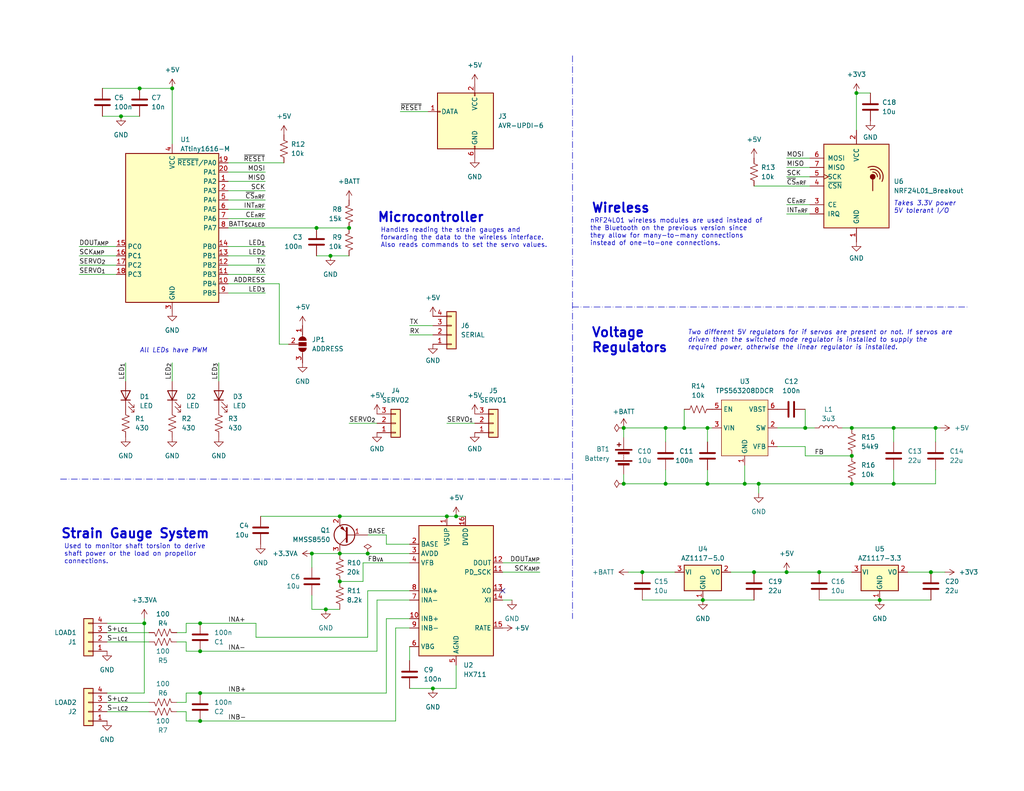
<source format=kicad_sch>
(kicad_sch (version 20250114) (generator "eeschema") (generator_version "9.0")
  (paper "USLetter")
  (title_block (title "Propellor Pitch Control nRF24") (date "2023-12-09") (rev "1.2") (company "HPVDT") (comment 1 "nRF24 based controller for propeller pitch control"))
  (lib_symbols
    (symbol "Analog_ADC:HX711"
      (property "Reference" "U" (at 5.08 21.59 0))
      (property "Value" "HX711" (at 7.62 19.05 0))
      (symbol "HX711_0_1"
        (rectangle (start -10.16 17.78) (end 10.16 -17.78) (stroke (width 0.254)) (fill (type background)))
      )
      (symbol "HX711_1_1"
        (pin passive line (at -12.7 12.7 0) (length 2.54) (name "BASE") (number "2"))
        (pin power_in line (at -12.7 10.16 0) (length 2.54) (name "AVDD") (number "3"))
        (pin input line (at -12.7 7.62 0) (length 2.54) (name "VFB") (number "4"))
        (pin input line (at -12.7 0 0) (length 2.54) (name "INA+") (number "8"))
        (pin input line (at -12.7 -2.54 0) (length 2.54) (name "INA-") (number "7"))
        (pin input line (at -12.7 -7.62 0) (length 2.54) (name "INB+") (number "10"))
        (pin input line (at -12.7 -10.16 0) (length 2.54) (name "INB-") (number "9"))
        (pin passive line (at -12.7 -15.24 0) (length 2.54) (name "VBG") (number "6"))
        (pin power_in line (at -2.54 20.32 270) (length 2.54) (name "VSUP") (number "1"))
        (pin power_in line (at 0 -20.32 90) (length 2.54) (name "AGND") (number "5"))
        (pin power_in line (at 2.54 20.32 270) (length 2.54) (name "DVDD") (number "16"))
        (pin output line (at 12.7 7.62 180) (length 2.54) (name "DOUT") (number "12"))
        (pin input line (at 12.7 5.08 180) (length 2.54) (name "PD_SCK") (number "11"))
        (pin passive line (at 12.7 0 180) (length 2.54) (name "XO") (number "13"))
        (pin passive line (at 12.7 -2.54 180) (length 2.54) (name "XI") (number "14"))
        (pin input line (at 12.7 -10.16 180) (length 2.54) (name "RATE") (number "15"))
      )
    )
    (symbol "Connector:AVR-UPDI-6" (pin_names (offset 1.016))
      (property "Reference" "J" (at -6.35 8.89 0))
      (property "Value" "AVR-UPDI-6" (at 0 8.89 0))
      (symbol "AVR-UPDI-6_0_1"
        (rectangle (start -2.667 7.62) (end -2.413 6.858))
        (rectangle (start -2.667 -6.858) (end -2.413 -7.62))
        (rectangle (start 7.62 7.62) (end -7.62 -7.62) (stroke (width 0.254)) (fill (type background)))
        (rectangle (start 7.62 2.667) (end 6.858 2.413))
      )
      (symbol "AVR-UPDI-6_1_1"
        (pin passive line (at -2.54 10.16 270) (length 2.54) (name "VCC") (number "2"))
        (pin passive line (at -2.54 -10.16 90) (length 2.54) (name "GND") (number "6"))
        (pin no_connect line (at 7.62 0 180) (length 2.54) (hide yes) (name "NC") (number "3"))
        (pin no_connect line (at 7.62 -2.54 180) (length 2.54) (hide yes) (name "NC") (number "4"))
        (pin no_connect line (at 7.62 -5.08 180) (length 2.54) (hide yes) (name "NC") (number "5"))
        (pin passive line (at 10.16 2.54 180) (length 2.54) (name "DATA") (number "1"))
      )
    )
    (symbol "Connector_Generic:Conn_01x03" (pin_names (offset 1.016) (hide yes))
      (property "Reference" "J" (at 0 5.08 0))
      (property "Value" "Conn_01x03" (at 0 -5.08 0))
      (symbol "Conn_01x03_1_1"
        (rectangle (start -1.27 3.81) (end 1.27 -3.81) (stroke (width 0.254)) (fill (type background)))
        (rectangle (start -1.27 2.667) (end 0 2.413) (stroke (width 0.1524)))
        (rectangle (start -1.27 0.127) (end 0 -0.127) (stroke (width 0.1524)))
        (rectangle (start -1.27 -2.413) (end 0 -2.667) (stroke (width 0.1524)))
        (pin passive line (at -5.08 2.54 0) (length 3.81) (name "Pin_1") (number "1"))
        (pin passive line (at -5.08 0 0) (length 3.81) (name "Pin_2") (number "2"))
        (pin passive line (at -5.08 -2.54 0) (length 3.81) (name "Pin_3") (number "3"))
      )
    )
    (symbol "Connector_Generic:Conn_01x04" (pin_names (offset 1.016) (hide yes))
      (property "Reference" "J" (at 0 5.08 0))
      (property "Value" "Conn_01x04" (at 0 -7.62 0))
      (symbol "Conn_01x04_1_1"
        (rectangle (start -1.27 3.81) (end 1.27 -6.35) (stroke (width 0.254)) (fill (type background)))
        (rectangle (start -1.27 2.667) (end 0 2.413) (stroke (width 0.1524)))
        (rectangle (start -1.27 0.127) (end 0 -0.127) (stroke (width 0.1524)))
        (rectangle (start -1.27 -2.413) (end 0 -2.667) (stroke (width 0.1524)))
        (rectangle (start -1.27 -4.953) (end 0 -5.207) (stroke (width 0.1524)))
        (pin passive line (at -5.08 2.54 0) (length 3.81) (name "Pin_1") (number "1"))
        (pin passive line (at -5.08 0 0) (length 3.81) (name "Pin_2") (number "2"))
        (pin passive line (at -5.08 -2.54 0) (length 3.81) (name "Pin_3") (number "3"))
        (pin passive line (at -5.08 -5.08 0) (length 3.81) (name "Pin_4") (number "4"))
      )
    )
    (symbol "Device:Battery" (pin_numbers (hide yes)) (pin_names (offset 0) (hide yes))
      (property "Reference" "BT" (at 2.54 2.54 0))
      (property "Value" "Battery" (at 2.54 0 0))
      (symbol "Battery_0_1"
        (rectangle (start -2.286 1.778) (end 2.286 1.524) (fill (type outline)))
        (rectangle (start -2.286 -1.27) (end 2.286 -1.524) (fill (type outline)))
        (rectangle (start -1.524 1.016) (end 1.524 0.508) (fill (type outline)))
        (rectangle (start -1.524 -2.032) (end 1.524 -2.54) (fill (type outline)))
        (polyline (pts (xy 0 1.778) (xy 0 2.54)))
        (polyline (pts (xy 0 0) (xy 0 0.254)))
        (polyline (pts (xy 0 -0.508) (xy 0 -0.254)))
        (polyline (pts (xy 0 -1.016) (xy 0 -0.762)))
        (polyline (pts (xy 0.762 3.048) (xy 1.778 3.048)) (stroke (width 0.254)))
        (polyline (pts (xy 1.27 3.556) (xy 1.27 2.54)) (stroke (width 0.254)))
      )
      (symbol "Battery_1_1"
        (pin passive line (at 0 5.08 270) (length 2.54) (name "+") (number "1"))
        (pin passive line (at 0 -5.08 90) (length 2.54) (name "-") (number "2"))
      )
    )
    (symbol "Device:C" (pin_numbers (hide yes)) (pin_names (offset 0.254))
      (property "Reference" "C" (at 0.635 2.54 0))
      (property "Value" "C" (at 0.635 -2.54 0))
      (symbol "C_0_1"
        (polyline (pts (xy -2.032 0.762) (xy 2.032 0.762)) (stroke (width 0.508)))
        (polyline (pts (xy -2.032 -0.762) (xy 2.032 -0.762)) (stroke (width 0.508)))
      )
      (symbol "C_1_1"
        (pin passive line (at 0 3.81 270) (length 2.794) (name "~") (number "1"))
        (pin passive line (at 0 -3.81 90) (length 2.794) (name "~") (number "2"))
      )
    )
    (symbol "Device:L" (pin_numbers (hide yes)) (pin_names (offset 1.016) (hide yes))
      (property "Reference" "L" (at -1.27 0 90))
      (property "Value" "L" (at 1.905 0 90))
      (symbol "L_0_1"
        (arc (start 0 2.54) (mid 0.6323 1.905) (end 0 1.27))
        (arc (start 0 1.27) (mid 0.6323 0.635) (end 0 0))
        (arc (start 0 0) (mid 0.6323 -0.635) (end 0 -1.27))
        (arc (start 0 -1.27) (mid 0.6323 -1.905) (end 0 -2.54))
      )
      (symbol "L_1_1"
        (pin passive line (at 0 3.81 270) (length 1.27) (name "1") (number "1"))
        (pin passive line (at 0 -3.81 90) (length 1.27) (name "2") (number "2"))
      )
    )
    (symbol "Device:LED" (pin_numbers (hide yes)) (pin_names (offset 1.016) (hide yes))
      (property "Reference" "D" (at 0 2.54 0))
      (property "Value" "LED" (at 0 -2.54 0))
      (symbol "LED_0_1"
        (polyline (pts (xy -3.048 -0.762) (xy -4.572 -2.286) (xy -3.81 -2.286) (xy -4.572 -2.286) (xy -4.572 -1.524)))
        (polyline (pts (xy -1.778 -0.762) (xy -3.302 -2.286) (xy -2.54 -2.286) (xy -3.302 -2.286) (xy -3.302 -1.524)))
        (polyline (pts (xy -1.27 0) (xy 1.27 0)))
        (polyline (pts (xy -1.27 -1.27) (xy -1.27 1.27)) (stroke (width 0.254)))
        (polyline (pts (xy 1.27 -1.27) (xy 1.27 1.27) (xy -1.27 0) (xy 1.27 -1.27)) (stroke (width 0.254)))
      )
      (symbol "LED_1_1"
        (pin passive line (at -3.81 0 0) (length 2.54) (name "K") (number "1"))
        (pin passive line (at 3.81 0 180) (length 2.54) (name "A") (number "2"))
      )
    )
    (symbol "Device:Q_PNP_BEC" (pin_names (offset 0) (hide yes))
      (property "Reference" "Q" (at 5.08 1.27 0))
      (property "Value" "Q_PNP_BEC" (at 5.08 -1.27 0))
      (symbol "Q_PNP_BEC_0_1"
        (polyline (pts (xy 0.635 1.905) (xy 0.635 -1.905) (xy 0.635 -1.905)) (stroke (width 0.508)))
        (polyline (pts (xy 0.635 0.635) (xy 2.54 2.54)))
        (polyline (pts (xy 0.635 -0.635) (xy 2.54 -2.54) (xy 2.54 -2.54)))
        (circle (center 1.27 0) (radius 2.8194) (stroke (width 0.254)))
        (polyline (pts (xy 2.286 -1.778) (xy 1.778 -2.286) (xy 1.27 -1.27) (xy 2.286 -1.778) (xy 2.286 -1.778)) (fill (type outline)))
      )
      (symbol "Q_PNP_BEC_1_1"
        (pin input line (at -5.08 0 0) (length 5.715) (name "B") (number "1"))
        (pin passive line (at 2.54 5.08 270) (length 2.54) (name "C") (number "3"))
        (pin passive line (at 2.54 -5.08 90) (length 2.54) (name "E") (number "2"))
      )
    )
    (symbol "Device:R_US" (pin_numbers (hide yes)) (pin_names (offset 0))
      (property "Reference" "R" (at 2.54 0 90))
      (property "Value" "R_US" (at -2.54 0 90))
      (symbol "R_US_0_1"
        (polyline (pts (xy 0 2.286) (xy 0 2.54)))
        (polyline (pts (xy 0 2.286) (xy 1.016 1.905) (xy 0 1.524) (xy -1.016 1.143) (xy 0 0.762)))
        (polyline (pts (xy 0 0.762) (xy 1.016 0.381) (xy 0 0) (xy -1.016 -0.381) (xy 0 -0.762)))
        (polyline (pts (xy 0 -0.762) (xy 1.016 -1.143) (xy 0 -1.524) (xy -1.016 -1.905) (xy 0 -2.286)))
        (polyline (pts (xy 0 -2.286) (xy 0 -2.54)))
      )
      (symbol "R_US_1_1"
        (pin passive line (at 0 3.81 270) (length 1.27) (name "~") (number "1"))
        (pin passive line (at 0 -3.81 90) (length 1.27) (name "~") (number "2"))
      )
    )
    (symbol "Jumper:SolderJumper_3_Open" (pin_names (offset 0) (hide yes))
      (property "Reference" "JP" (at -2.54 -2.54 0))
      (property "Value" "SolderJumper_3_Open" (at 0 2.794 0))
      (symbol "SolderJumper_3_Open_0_1"
        (polyline (pts (xy -2.54 0) (xy -2.032 0)))
        (polyline (pts (xy -1.016 1.016) (xy -1.016 -1.016)))
        (arc (start -1.016 -1.016) (mid -2.0276 0) (end -1.016 1.016))
        (arc (start -1.016 -1.016) (mid -2.0276 0) (end -1.016 1.016) (fill (type outline)))
        (rectangle (start -0.508 1.016) (end 0.508 -1.016) (fill (type outline)))
        (polyline (pts (xy 0 -1.27) (xy 0 -1.016)))
        (arc (start 1.016 1.016) (mid 2.0276 0) (end 1.016 -1.016))
        (arc (start 1.016 1.016) (mid 2.0276 0) (end 1.016 -1.016) (fill (type outline)))
        (polyline (pts (xy 1.016 1.016) (xy 1.016 -1.016)))
        (polyline (pts (xy 2.54 0) (xy 2.032 0)))
      )
      (symbol "SolderJumper_3_Open_1_1"
        (pin passive line (at -5.08 0 0) (length 2.54) (name "A") (number "1"))
        (pin passive line (at 0 -3.81 90) (length 2.54) (name "C") (number "2"))
        (pin passive line (at 5.08 0 180) (length 2.54) (name "B") (number "3"))
      )
    )
    (symbol "MCU_Microchip_ATtiny:ATtiny1616-M"
      (property "Reference" "U" (at -12.7 21.59 0))
      (property "Value" "ATtiny1616-M" (at 2.54 -21.59 0))
      (symbol "ATtiny1616-M_0_1"
        (rectangle (start -12.7 -20.32) (end 12.7 20.32) (stroke (width 0.254)) (fill (type background)))
      )
      (symbol "ATtiny1616-M_1_1"
        (pin bidirectional line (at -15.24 -5.08 0) (length 2.54) (name "PC0") (number "15"))
        (pin bidirectional line (at -15.24 -7.62 0) (length 2.54) (name "PC1") (number "16"))
        (pin bidirectional line (at -15.24 -10.16 0) (length 2.54) (name "PC2") (number "17"))
        (pin bidirectional line (at -15.24 -12.7 0) (length 2.54) (name "PC3") (number "18"))
        (pin power_in line (at 0 22.86 270) (length 2.54) (name "VCC") (number "4"))
        (pin passive line (at 0 -22.86 90) (length 2.54) (hide yes) (name "GND") (number "21"))
        (pin power_in line (at 0 -22.86 90) (length 2.54) (name "GND") (number "3"))
        (pin bidirectional line (at 15.24 17.78 180) (length 2.54) (name "~{RESET}/PA0") (number "19"))
        (pin bidirectional line (at 15.24 15.24 180) (length 2.54) (name "PA1") (number "20"))
        (pin bidirectional line (at 15.24 12.7 180) (length 2.54) (name "PA2") (number "1"))
        (pin bidirectional line (at 15.24 10.16 180) (length 2.54) (name "PA3") (number "2"))
        (pin bidirectional line (at 15.24 7.62 180) (length 2.54) (name "PA4") (number "5"))
        (pin bidirectional line (at 15.24 5.08 180) (length 2.54) (name "PA5") (number "6"))
        (pin bidirectional line (at 15.24 2.54 180) (length 2.54) (name "PA6") (number "7"))
        (pin bidirectional line (at 15.24 0 180) (length 2.54) (name "PA7") (number "8"))
        (pin bidirectional line (at 15.24 -5.08 180) (length 2.54) (name "PB0") (number "14"))
        (pin bidirectional line (at 15.24 -7.62 180) (length 2.54) (name "PB1") (number "13"))
        (pin bidirectional line (at 15.24 -10.16 180) (length 2.54) (name "PB2") (number "12"))
        (pin bidirectional line (at 15.24 -12.7 180) (length 2.54) (name "PB3") (number "11"))
        (pin bidirectional line (at 15.24 -15.24 180) (length 2.54) (name "PB4") (number "10"))
        (pin bidirectional line (at 15.24 -17.78 180) (length 2.54) (name "PB5") (number "9"))
      )
    )
    (symbol "RF:NRF24L01_Breakout" (pin_names (offset 1.016))
      (property "Reference" "U" (at -8.89 12.7 0))
      (property "Value" "NRF24L01_Breakout" (at 3.81 12.7 0))
      (symbol "NRF24L01_Breakout_0_1"
        (rectangle (start -8.89 11.43) (end 8.89 -11.43) (stroke (width 0.254)) (fill (type background)))
        (arc (start 3.175 5.08) (mid 6.453 4.548) (end 6.985 1.27) (stroke (width 0.254)))
        (circle (center 4.445 2.54) (radius 0.635) (stroke (width 0.254)) (fill (type outline)))
        (polyline (pts (xy 4.445 1.905) (xy 4.445 -1.27)) (stroke (width 0.254)))
        (arc (start 3.81 4.445) (mid 5.8835 3.9785) (end 6.35 1.905) (stroke (width 0.254)))
        (arc (start 4.445 3.81) (mid 5.3558 3.4508) (end 5.715 2.54) (stroke (width 0.254)))
      )
      (symbol "NRF24L01_Breakout_1_1"
        (pin input line (at -12.7 7.62 0) (length 3.81) (name "MOSI") (number "6"))
        (pin output line (at -12.7 5.08 0) (length 3.81) (name "MISO") (number "7"))
        (pin input clock (at -12.7 2.54 0) (length 3.81) (name "SCK") (number "5"))
        (pin input line (at -12.7 0 0) (length 3.81) (name "~{CSN}") (number "4"))
        (pin input line (at -12.7 -5.08 0) (length 3.81) (name "CE") (number "3"))
        (pin output line (at -12.7 -7.62 0) (length 3.81) (name "IRQ") (number "8"))
        (pin power_in line (at 0 15.24 270) (length 3.81) (name "VCC") (number "2"))
        (pin power_in line (at 0 -15.24 90) (length 3.81) (name "GND") (number "1"))
      )
    )
    (symbol "Regulator_Linear:AZ1117-3.3" (pin_names (offset 0.254))
      (property "Reference" "U" (at -3.81 3.175 0))
      (property "Value" "AZ1117-3.3" (at 0 3.175 0))
      (symbol "AZ1117-3.3_0_1"
        (rectangle (start -5.08 1.905) (end 5.08 -5.08) (stroke (width 0.254)) (fill (type background)))
      )
      (symbol "AZ1117-3.3_1_1"
        (pin power_in line (at -7.62 0 0) (length 2.54) (name "VI") (number "3"))
        (pin power_in line (at 0 -7.62 90) (length 2.54) (name "GND") (number "1"))
        (pin power_out line (at 7.62 0 180) (length 2.54) (name "VO") (number "2"))
      )
    )
    (symbol "Regulator_Linear:AZ1117-5.0" (pin_names (offset 0.254))
      (property "Reference" "U" (at -3.81 3.175 0))
      (property "Value" "AZ1117-5.0" (at 0 3.175 0))
      (symbol "AZ1117-5.0_0_1"
        (rectangle (start -5.08 1.905) (end 5.08 -5.08) (stroke (width 0.254)) (fill (type background)))
      )
      (symbol "AZ1117-5.0_1_1"
        (pin power_in line (at -7.62 0 0) (length 2.54) (name "VI") (number "3"))
        (pin power_in line (at 0 -7.62 90) (length 2.54) (name "GND") (number "1"))
        (pin power_out line (at 7.62 0 180) (length 2.54) (name "VO") (number "2"))
      )
    )
    (symbol "TPS563208DDCR:TPS563208DDCR"
      (property "Reference" "U" (at 0 11.43 0))
      (property "Value" "TPS563208DDCR" (at 0 8.89 0))
      (symbol "TPS563208DDCR_1_1"
        (rectangle (start -6.35 7.62) (end 6.35 -7.62) (fill (type background)))
        (pin input line (at -8.89 5.08 0) (length 2.54) (name "EN") (number "5"))
        (pin power_in line (at -8.89 0 0) (length 2.54) (name "VIN") (number "3"))
        (pin power_in line (at 0 -10.16 90) (length 2.54) (name "GND") (number "1"))
        (pin passive line (at 8.89 5.08 180) (length 2.54) (name "VBST") (number "6"))
        (pin power_out line (at 8.89 0 180) (length 2.54) (name "SW") (number "2"))
        (pin input line (at 8.89 -5.08 180) (length 2.54) (name "VFB") (number "4"))
      )
    )
    (symbol "power:+3.3VA" (power) (pin_names (offset 0))
      (property "Value" "+3.3VA" (at 0 3.556 0))
      (symbol "+3.3VA_0_1"
        (polyline (pts (xy -0.762 1.27) (xy 0 2.54)))
        (polyline (pts (xy 0 2.54) (xy 0.762 1.27)))
        (polyline (pts (xy 0 0) (xy 0 2.54)))
      )
      (symbol "+3.3VA_1_1"
        (pin power_in line (at 0 0 90) (length 0) (hide yes) (name "+3.3VA") (number "1"))
      )
    )
    (symbol "power:+3V3" (power) (pin_names (offset 0))
      (property "Value" "+3V3" (at 0 3.556 0))
      (symbol "+3V3_0_1"
        (polyline (pts (xy -0.762 1.27) (xy 0 2.54)))
        (polyline (pts (xy 0 2.54) (xy 0.762 1.27)))
        (polyline (pts (xy 0 0) (xy 0 2.54)))
      )
      (symbol "+3V3_1_1"
        (pin power_in line (at 0 0 90) (length 0) (hide yes) (name "+3V3") (number "1"))
      )
    )
    (symbol "power:+5V" (power) (pin_names (offset 0))
      (property "Value" "+5V" (at 0 3.556 0))
      (symbol "+5V_0_1"
        (polyline (pts (xy -0.762 1.27) (xy 0 2.54)))
        (polyline (pts (xy 0 2.54) (xy 0.762 1.27)))
        (polyline (pts (xy 0 0) (xy 0 2.54)))
      )
      (symbol "+5V_1_1"
        (pin power_in line (at 0 0 90) (length 0) (hide yes) (name "+5V") (number "1"))
      )
    )
    (symbol "power:+BATT" (power) (pin_names (offset 0))
      (property "Value" "+BATT" (at 0 3.556 0))
      (symbol "+BATT_0_1"
        (polyline (pts (xy -0.762 1.27) (xy 0 2.54)))
        (polyline (pts (xy 0 2.54) (xy 0.762 1.27)))
        (polyline (pts (xy 0 0) (xy 0 2.54)))
      )
      (symbol "+BATT_1_1"
        (pin power_in line (at 0 0 90) (length 0) (hide yes) (name "+BATT") (number "1"))
      )
    )
    (symbol "power:GND" (power) (pin_names (offset 0))
      (property "Value" "GND" (at 0 -3.81 0))
      (symbol "GND_0_1"
        (polyline (pts (xy 0 0) (xy 0 -1.27) (xy 1.27 -1.27) (xy 0 -2.54) (xy -1.27 -1.27) (xy 0 -1.27)))
      )
      (symbol "GND_1_1"
        (pin power_in line (at 0 0 270) (length 0) (hide yes) (name "GND") (number "1"))
      )
    )
    (symbol "power:PWR_FLAG" (power) (pin_numbers (hide yes)) (pin_names (offset 0) (hide yes))
      (property "Value" "PWR_FLAG" (at 0 3.81 0))
      (symbol "PWR_FLAG_0_0"
        (pin power_out line (at 0 0 90) (length 0) (name "pwr") (number "1"))
      )
      (symbol "PWR_FLAG_0_1"
        (polyline (pts (xy 0 0) (xy 0 1.27) (xy -1.016 1.905) (xy 0 2.54) (xy 1.016 1.905) (xy 0 1.27)))
      )
    )
  )
  (bus_alias "" (members))
  (text "Wireless" (at 161.29 58.42 0) (effects (font (size 2.54 2.54) (bold yes)) (justify left bottom)))
  (text "Voltage\nRegulators" (at 161.29 96.52 0) (effects (font (size 2.54 2.54) (thickness 0.508) (bold yes)) (justify left bottom)))
  (text "Microcontroller" (at 102.87 60.96 0) (effects (font (size 2.54 2.54) (bold yes)) (justify left bottom)))
  (text "Strain Gauge System" (at 16.51 147.32 0) (effects (font (size 2.54 2.54) (bold yes)) (justify left bottom)))
  (text "Takes 3.3V power\n5V tolerant I/O" (at 243.84 58.42 0) (effects (font (size 1.27 1.27) (italic yes)) (justify left bottom)))
  (text "All LEDs have PWM" (at 38.1 96.52 0) (effects (font (size 1.27 1.27) (italic yes)) (justify left bottom)))
  (text_box "nRF24L01 wireless modules are used instead of the Bluetooth on the previous version since they allow for many-to-many connections instead of one-to-one connections." (at 160.02 58.42 0) (size 49.53 11.43) (margins 0.9524 0.9524 0.9524 0.9524) (stroke (width -0.0001)) (effects (font (size 1.27 1.27)) (justify left top)))
  (text_box "Handles reading the strain gauges and forwarding the data to the wireless interface. Also reads commands to set the servo values." (at 102.87 60.96 0) (size 48.26 16.51) (margins 0.9524 0.9524 0.9524 0.9524) (stroke (width -0.0001)) (effects (font (size 1.27 1.27)) (justify left top)))
  (text_box "Two different 5V regulators for if servos are present or not. If servos are driven then the switched mode regulator is installed to supply the required power, otherwise the linear regulator is installed." (at 186.69 88.9 0) (size 74.93 8.89) (margins 0.9524 0.9524 0.9524 0.9524) (stroke (width -0.0001)) (effects (font (size 1.27 1.27) (italic yes)) (justify left top)))
  (text_box "Used to monitor shaft torsion to derive shaft power or the load on propellor connections." (at 16.51 147.32 0) (size 44.45 10.16) (margins 0.9524 0.9524 0.9524 0.9524) (stroke (width -0.0001)) (effects (font (size 1.27 1.27)) (justify left top)))
  (junction (at 86.36 62.23))
  (junction (at 54.61 196.85))
  (junction (at 181.61 116.84))
  (junction (at 170.18 116.84))
  (junction (at 92.71 151.13))
  (junction (at 92.71 140.97))
  (junction (at 175.26 156.21))
  (junction (at 54.61 189.23))
  (junction (at 38.1 24.13))
  (junction (at 223.52 156.21))
  (junction (at 232.41 116.84))
  (junction (at 39.37 170.18))
  (junction (at 193.04 116.84))
  (junction (at 118.11 187.96))
  (junction (at 33.02 31.75))
  (junction (at 193.04 132.08))
  (junction (at 92.71 158.75))
  (junction (at 255.27 116.84))
  (junction (at 124.46 140.97))
  (junction (at 232.41 132.08))
  (junction (at 207.01 132.08))
  (junction (at 95.25 62.23))
  (junction (at 203.2 132.08))
  (junction (at 214.63 156.21))
  (junction (at 100.33 151.13))
  (junction (at 243.84 132.08))
  (junction (at 232.41 124.46))
  (junction (at 254 156.21))
  (junction (at 233.68 25.4))
  (junction (at 90.17 69.85))
  (junction (at 191.77 163.83))
  (junction (at 219.71 116.84))
  (junction (at 205.74 156.21))
  (junction (at 88.9 166.37))
  (junction (at 85.09 151.13))
  (junction (at 186.69 116.84))
  (junction (at 181.61 132.08))
  (junction (at 121.92 140.97))
  (junction (at 243.84 116.84))
  (junction (at 54.61 177.8))
  (junction (at 54.61 170.18))
  (junction (at 46.99 24.13))
  (junction (at 240.03 163.83))
  (junction (at 170.18 132.08))
  (no_connect (at 137.16 161.29))
  (wire (pts (xy 62.23 49.53) (xy 72.39 49.53)))
  (wire (pts (xy 181.61 116.84) (xy 186.69 116.84)))
  (wire (pts (xy 199.39 156.21) (xy 205.74 156.21)))
  (wire (pts (xy 54.61 170.18) (xy 69.85 170.18)))
  (wire (pts (xy 100.33 146.05) (xy 105.41 146.05)))
  (wire (pts (xy 85.09 166.37) (xy 88.9 166.37)))
  (wire (pts (xy 207.01 132.08) (xy 232.41 132.08)))
  (wire (pts (xy 50.8 189.23) (xy 54.61 189.23)))
  (wire (pts (xy 102.87 163.83) (xy 111.76 163.83)))
  (wire (pts (xy 219.71 116.84) (xy 219.71 111.76)))
  (wire (pts (xy 46.99 24.13) (xy 46.99 39.37)))
  (wire (pts (xy 107.95 171.45) (xy 111.76 171.45)))
  (wire (pts (xy 69.85 170.18) (xy 69.85 173.99)))
  (wire (pts (xy 69.85 173.99) (xy 100.33 173.99)))
  (wire (pts (xy 223.52 163.83) (xy 240.03 163.83)))
  (wire (pts (xy 62.23 46.99) (xy 72.39 46.99)))
  (wire (pts (xy 111.76 187.96) (xy 118.11 187.96)))
  (wire (pts (xy 105.41 168.91) (xy 111.76 168.91)))
  (wire (pts (xy 50.8 177.8) (xy 54.61 177.8)))
  (wire (pts (xy 48.26 194.31) (xy 50.8 194.31)))
  (wire (pts (xy 99.06 153.67) (xy 111.76 153.67)))
  (wire (pts (xy 170.18 132.08) (xy 170.18 129.54)))
  (wire (pts (xy 105.41 148.59) (xy 111.76 148.59)))
  (wire (pts (xy 29.21 189.23) (xy 39.37 189.23)))
  (wire (pts (xy 92.71 140.97) (xy 121.92 140.97)))
  (wire (pts (xy 54.61 177.8) (xy 102.87 177.8)))
  (wire (pts (xy 62.23 67.31) (xy 72.39 67.31)))
  (wire (pts (xy 31.75 72.39) (xy 21.59 72.39)))
  (wire (pts (xy 175.26 156.21) (xy 184.15 156.21)))
  (wire (pts (xy 50.8 175.26) (xy 50.8 177.8)))
  (wire (pts (xy 50.8 191.77) (xy 50.8 189.23)))
  (wire (pts (xy 232.41 116.84) (xy 243.84 116.84)))
  (wire (pts (xy 243.84 116.84) (xy 255.27 116.84)))
  (wire (pts (xy 85.09 151.13) (xy 92.71 151.13)))
  (wire (pts (xy 212.09 116.84) (xy 219.71 116.84)))
  (wire (pts (xy 191.77 163.83) (xy 205.74 163.83)))
  (wire (pts (xy 219.71 121.92) (xy 219.71 124.46)))
  (wire (pts (xy 186.69 116.84) (xy 186.69 111.76)))
  (wire (pts (xy 50.8 196.85) (xy 54.61 196.85)))
  (wire (pts (xy 71.12 140.97) (xy 92.71 140.97)))
  (wire (pts (xy 62.23 44.45) (xy 77.47 44.45)))
  (wire (pts (xy 62.23 77.47) (xy 76.2 77.47)))
  (wire (pts (xy 121.92 140.97) (xy 124.46 140.97)))
  (wire (pts (xy 181.61 132.08) (xy 193.04 132.08)))
  (wire (pts (xy 39.37 168.91) (xy 39.37 170.18)))
  (wire (pts (xy 46.99 99.06) (xy 46.99 104.14)))
  (wire (pts (xy 48.26 175.26) (xy 50.8 175.26)))
  (wire (pts (xy 27.94 24.13) (xy 38.1 24.13)))
  (wire (pts (xy 31.75 74.93) (xy 21.59 74.93)))
  (wire (pts (xy 48.26 191.77) (xy 50.8 191.77)))
  (wire (pts (xy 31.75 67.31) (xy 21.59 67.31)))
  (wire (pts (xy 39.37 189.23) (xy 39.37 170.18)))
  (wire (pts (xy 212.09 121.92) (xy 219.71 121.92)))
  (wire (pts (xy 137.16 156.21) (xy 147.32 156.21)))
  (wire (pts (xy 95.25 69.85) (xy 90.17 69.85)))
  (wire (pts (xy 171.45 156.21) (xy 175.26 156.21)))
  (wire (pts (xy 247.65 156.21) (xy 254 156.21)))
  (wire (pts (xy 124.46 140.97) (xy 127 140.97)))
  (wire (pts (xy 100.33 173.99) (xy 100.33 161.29)))
  (wire (pts (xy 111.76 180.34) (xy 111.76 176.53)))
  (wire (pts (xy 233.68 25.4) (xy 233.68 35.56)))
  (wire (pts (xy 85.09 154.94) (xy 85.09 151.13)))
  (wire (pts (xy 62.23 59.69) (xy 72.39 59.69)))
  (wire (pts (xy 124.46 181.61) (xy 124.46 187.96)))
  (wire (pts (xy 62.23 57.15) (xy 72.39 57.15)))
  (wire (pts (xy 88.9 166.37) (xy 92.71 166.37)))
  (wire (pts (xy 29.21 194.31) (xy 40.64 194.31)))
  (wire (pts (xy 50.8 172.72) (xy 50.8 170.18)))
  (wire (pts (xy 205.74 156.21) (xy 214.63 156.21)))
  (wire (pts (xy 240.03 163.83) (xy 254 163.83)))
  (polyline (pts (xy 156.21 83.82) (xy 264.16 83.82)) (stroke (width 0) (type dash_dot)))
  (wire (pts (xy 99.06 153.67) (xy 99.06 158.75)))
  (wire (pts (xy 243.84 120.65) (xy 243.84 116.84)))
  (wire (pts (xy 48.26 172.72) (xy 50.8 172.72)))
  (wire (pts (xy 34.29 99.06) (xy 34.29 104.14)))
  (wire (pts (xy 181.61 116.84) (xy 181.61 120.65)))
  (wire (pts (xy 223.52 156.21) (xy 232.41 156.21)))
  (wire (pts (xy 214.63 43.18) (xy 220.98 43.18)))
  (wire (pts (xy 76.2 77.47) (xy 76.2 93.98)))
  (wire (pts (xy 62.23 72.39) (xy 72.39 72.39)))
  (wire (pts (xy 229.87 116.84) (xy 232.41 116.84)))
  (wire (pts (xy 54.61 196.85) (xy 107.95 196.85)))
  (wire (pts (xy 254 156.21) (xy 257.81 156.21)))
  (wire (pts (xy 121.92 115.57) (xy 129.54 115.57)))
  (wire (pts (xy 207.01 134.62) (xy 207.01 132.08)))
  (wire (pts (xy 102.87 177.8) (xy 102.87 163.83)))
  (wire (pts (xy 219.71 124.46) (xy 232.41 124.46)))
  (wire (pts (xy 86.36 62.23) (xy 95.25 62.23)))
  (wire (pts (xy 29.21 191.77) (xy 40.64 191.77)))
  (wire (pts (xy 29.21 172.72) (xy 40.64 172.72)))
  (wire (pts (xy 181.61 132.08) (xy 181.61 128.27)))
  (wire (pts (xy 90.17 69.85) (xy 86.36 69.85)))
  (wire (pts (xy 219.71 116.84) (xy 222.25 116.84)))
  (wire (pts (xy 214.63 55.88) (xy 220.98 55.88)))
  (wire (pts (xy 186.69 116.84) (xy 193.04 116.84)))
  (wire (pts (xy 255.27 116.84) (xy 256.54 116.84)))
  (wire (pts (xy 118.11 187.96) (xy 124.46 187.96)))
  (wire (pts (xy 62.23 52.07) (xy 72.39 52.07)))
  (wire (pts (xy 107.95 196.85) (xy 107.95 171.45)))
  (polyline (pts (xy 156.21 15.24) (xy 156.21 168.91)) (stroke (width 0) (type dash_dot)))
  (wire (pts (xy 38.1 24.13) (xy 46.99 24.13)))
  (wire (pts (xy 194.31 116.84) (xy 193.04 116.84)))
  (wire (pts (xy 175.26 163.83) (xy 191.77 163.83)))
  (wire (pts (xy 105.41 146.05) (xy 105.41 148.59)))
  (wire (pts (xy 237.49 25.4) (xy 233.68 25.4)))
  (wire (pts (xy 243.84 132.08) (xy 255.27 132.08)))
  (wire (pts (xy 33.02 31.75) (xy 38.1 31.75)))
  (wire (pts (xy 33.02 31.75) (xy 27.94 31.75)))
  (wire (pts (xy 243.84 132.08) (xy 243.84 128.27)))
  (wire (pts (xy 193.04 116.84) (xy 193.04 120.65)))
  (wire (pts (xy 54.61 189.23) (xy 105.41 189.23)))
  (wire (pts (xy 50.8 196.85) (xy 50.8 194.31)))
  (wire (pts (xy 214.63 58.42) (xy 220.98 58.42)))
  (wire (pts (xy 137.16 163.83) (xy 139.7 163.83)))
  (wire (pts (xy 214.63 156.21) (xy 223.52 156.21)))
  (wire (pts (xy 118.11 91.44) (xy 111.76 91.44)))
  (wire (pts (xy 95.25 115.57) (xy 102.87 115.57)))
  (wire (pts (xy 205.74 50.8) (xy 220.98 50.8)))
  (wire (pts (xy 118.11 88.9) (xy 111.76 88.9)))
  (polyline (pts (xy 16.51 130.81) (xy 156.21 130.81)) (stroke (width 0) (type dash_dot)))
  (wire (pts (xy 203.2 132.08) (xy 203.2 127)))
  (wire (pts (xy 62.23 74.93) (xy 72.39 74.93)))
  (wire (pts (xy 203.2 132.08) (xy 207.01 132.08)))
  (wire (pts (xy 62.23 54.61) (xy 72.39 54.61)))
  (wire (pts (xy 29.21 175.26) (xy 40.64 175.26)))
  (wire (pts (xy 137.16 153.67) (xy 147.32 153.67)))
  (wire (pts (xy 100.33 161.29) (xy 111.76 161.29)))
  (wire (pts (xy 62.23 62.23) (xy 86.36 62.23)))
  (wire (pts (xy 214.63 48.26) (xy 220.98 48.26)))
  (wire (pts (xy 232.41 132.08) (xy 243.84 132.08)))
  (wire (pts (xy 255.27 120.65) (xy 255.27 116.84)))
  (wire (pts (xy 62.23 80.01) (xy 72.39 80.01)))
  (wire (pts (xy 170.18 119.38) (xy 170.18 116.84)))
  (wire (pts (xy 193.04 132.08) (xy 193.04 128.27)))
  (wire (pts (xy 214.63 45.72) (xy 220.98 45.72)))
  (wire (pts (xy 31.75 69.85) (xy 21.59 69.85)))
  (wire (pts (xy 62.23 69.85) (xy 72.39 69.85)))
  (wire (pts (xy 170.18 116.84) (xy 181.61 116.84)))
  (wire (pts (xy 193.04 132.08) (xy 203.2 132.08)))
  (wire (pts (xy 99.06 158.75) (xy 92.71 158.75)))
  (wire (pts (xy 50.8 170.18) (xy 54.61 170.18)))
  (wire (pts (xy 92.71 151.13) (xy 100.33 151.13)))
  (wire (pts (xy 59.69 99.06) (xy 59.69 104.14)))
  (wire (pts (xy 116.84 30.48) (xy 109.22 30.48)))
  (wire (pts (xy 76.2 93.98) (xy 78.74 93.98)))
  (wire (pts (xy 29.21 170.18) (xy 39.37 170.18)))
  (wire (pts (xy 105.41 189.23) (xy 105.41 168.91)))
  (wire (pts (xy 100.33 151.13) (xy 111.76 151.13)))
  (wire (pts (xy 85.09 166.37) (xy 85.09 162.56)))
  (wire (pts (xy 255.27 128.27) (xy 255.27 132.08)))
  (wire (pts (xy 170.18 132.08) (xy 181.61 132.08)))
  (label "INA-" (at 62.23 177.8 0))
  (label "FB_{VA}" (at 100.33 153.67 0))
  (label "BATT_{SCALED}" (at 72.39 62.23 180))
  (label "S-_{LC1}" (at 29.21 175.26 0))
  (label "SCK_{AMP}" (at 21.59 69.85 0))
  (label "S+_{LC1}" (at 29.21 172.72 0))
  (label "SERVO_{2}" (at 95.25 115.57 0))
  (label "CE_{nRF}" (at 72.39 59.69 180))
  (label "S-_{LC2}" (at 29.21 194.31 0))
  (label "ADDRESS" (at 72.39 77.47 180))
  (label "SCK" (at 214.63 48.26 0))
  (label "INA+" (at 62.23 170.18 0))
  (label "MISO" (at 72.39 49.53 180))
  (label "LED_{1}" (at 34.29 99.06 270))
  (label "DOUT_{AMP}" (at 147.32 153.67 180))
  (label "SCK" (at 72.39 52.07 180))
  (label "~{CS}_{nRF}" (at 214.63 50.8 0))
  (label "SERVO_{2}" (at 21.59 72.39 0))
  (label "FB" (at 222.25 124.46 0))
  (label "INT_{nRF}" (at 214.63 58.42 0))
  (label "LED_{2}" (at 72.39 69.85 180))
  (label "MISO" (at 214.63 45.72 0))
  (label "SERVO_{1}" (at 121.92 115.57 0))
  (label "~{RESET}" (at 72.39 44.45 180))
  (label "CE_{nRF}" (at 214.63 55.88 0))
  (label "BASE" (at 100.33 146.05 0))
  (label "DOUT_{AMP}" (at 21.59 67.31 0))
  (label "S+_{LC2}" (at 29.21 191.77 0))
  (label "LED_{3}" (at 59.69 99.06 270))
  (label "LED_{3}" (at 72.39 80.01 180))
  (label "INT_{nRF}" (at 72.39 57.15 180))
  (label "TX" (at 72.39 72.39 180))
  (label "MOSI" (at 72.39 46.99 180))
  (label "SCK_{AMP}" (at 147.32 156.21 180))
  (label "MOSI" (at 214.63 43.18 0))
  (label "SERVO_{1}" (at 21.59 74.93 0))
  (label "~{RESET}" (at 109.22 30.48 0))
  (label "TX" (at 111.76 88.9 0))
  (label "RX" (at 111.76 91.44 0))
  (label "LED_{2}" (at 46.99 99.06 270))
  (label "LED_{1}" (at 72.39 67.31 180))
  (label "INB-" (at 62.23 196.85 0))
  (label "INB+" (at 62.23 189.23 0))
  (label "~{CS}_{nRF}" (at 72.39 54.61 180))
  (label "RX" (at 72.39 74.93 180))
  (symbol (lib_id "Device:C") (at 85.09 158.75 0) (mirror x) (unit 1)
    (property "Reference" "C6" (at 81.915 157.48 0) (effects (justify right)))
    (property "Value" "10u" (at 81.915 160.02 0) (effects (justify right)))
    (property "Footprint" "Capacitor_SMD:C_0805_2012Metric" (effects (hide yes)))
  )
  (symbol (lib_id "Device:R_US") (at 44.45 194.31 90) (mirror x) (unit 1)
    (property "Reference" "R7" (at 44.45 199.39 90))
    (property "Value" "100" (at 44.45 196.85 90))
    (property "Footprint" "Resistor_SMD:R_0603_1608Metric" (effects (hide yes)))
  )
  (symbol (lib_id "power:+5V") (at 129.54 113.03 0) (unit 1)
    (property "Reference" "#PWR011" (effects (hide yes)))
    (property "Value" "+5V" (at 129.54 107.95 0))
  )
  (symbol (lib_id "power:GND") (at 118.11 93.98 0) (unit 1)
    (property "Reference" "#PWR049" (effects (hide yes)))
    (property "Value" "GND" (at 118.11 98.425 0))
  )
  (symbol (lib_id "power:+5V") (at 205.74 43.18 0) (unit 1)
    (property "Reference" "#PWR033" (effects (hide yes)))
    (property "Value" "+5V" (at 205.74 38.1 0))
  )
  (symbol (lib_id "Device:R_US") (at 95.25 58.42 0) (mirror y) (unit 1)
    (property "Reference" "R8" (at 93.345 57.15 0) (effects (justify left)))
    (property "Value" "15k" (at 93.345 59.69 0) (effects (justify left)))
    (property "Footprint" "Resistor_SMD:R_0603_1608Metric" (effects (hide yes)))
  )
  (symbol (lib_id "Device:R_US") (at 34.29 115.57 0) (unit 1)
    (property "Reference" "R1" (at 36.83 114.3 0) (effects (justify left)))
    (property "Value" "430" (at 36.83 116.84 0) (effects (justify left)))
    (property "Footprint" "Resistor_SMD:R_0603_1608Metric" (effects (hide yes)))
  )
  (symbol (lib_id "power:+BATT") (at 95.25 54.61 0) (mirror y) (unit 1)
    (property "Reference" "#PWR013" (effects (hide yes)))
    (property "Value" "+BATT" (at 95.25 49.53 0))
  )
  (symbol (lib_id "power:PWR_FLAG") (at 100.33 151.13 0) (unit 1)
    (property "Reference" "#FLG01" (effects (hide yes)))
    (property "Value" "PWR_FLAG" (effects (hide yes)))
  )
  (symbol (lib_id "Connector_Generic:Conn_01x03") (at 134.62 115.57 0) (mirror x) (unit 1)
    (property "Reference" "J5" (at 134.62 106.68 0))
    (property "Value" "SERVO1" (at 134.62 109.22 0))
    (property "Footprint" "Connector_JST:JST_EH_B3B-EH-A_1x03_P2.50mm_Vertical" (effects (hide yes)))
  )
  (symbol (lib_id "Device:C") (at 175.26 160.02 180) (unit 1)
    (property "Reference" "C15" (at 178.435 158.75 0) (effects (justify right)))
    (property "Value" "10u" (at 178.435 161.29 0) (effects (justify right)))
    (property "Footprint" "Capacitor_SMD:C_0805_2012Metric" (effects (hide yes)))
  )
  (symbol (lib_id "Device:C") (at 27.94 27.94 0) (unit 1)
    (property "Reference" "C5" (at 31.115 26.67 0) (effects (justify left)))
    (property "Value" "100n" (at 31.115 29.21 0) (effects (justify left)))
    (property "Footprint" "Capacitor_SMD:C_0603_1608Metric" (effects (hide yes)))
  )
  (symbol (lib_id "Connector_Generic:Conn_01x04") (at 24.13 175.26 180) (unit 1) (in_bom no)
    (property "Reference" "J1" (at 20.955 175.26 0) (effects (justify left)))
    (property "Value" "LOAD1" (at 20.955 172.72 0) (effects (justify left)))
    (property "Footprint" "Connector_PinHeader_2.54mm:PinHeader_1x04_P2.54mm_Vertical" (effects (hide yes)))
  )
  (symbol (lib_id "Device:R_US") (at 44.45 172.72 90) (mirror x) (unit 1)
    (property "Reference" "R4" (at 44.45 170.18 90))
    (property "Value" "100" (at 44.45 167.64 90))
    (property "Footprint" "Resistor_SMD:R_0603_1608Metric" (effects (hide yes)))
  )
  (symbol (lib_id "power:GND") (at 88.9 166.37 0) (mirror y) (unit 1)
    (property "Reference" "#PWR018" (effects (hide yes)))
    (property "Value" "GND" (at 88.9 171.45 0))
  )
  (symbol (lib_id "Connector_Generic:Conn_01x03") (at 107.95 115.57 0) (mirror x) (unit 1)
    (property "Reference" "J4" (at 107.95 106.68 0))
    (property "Value" "SERVO2" (at 107.95 109.22 0))
    (property "Footprint" "Connector_JST:JST_EH_B3B-EH-A_1x03_P2.50mm_Vertical" (effects (hide yes)))
  )
  (symbol (lib_id "Regulator_Linear:AZ1117-3.3") (at 240.03 156.21 0) (unit 1)
    (property "Reference" "U5" (at 240.03 149.86 0))
    (property "Value" "AZ1117-3.3" (at 240.03 152.4 0))
    (property "Footprint" "Package_TO_SOT_SMD:SOT-223-3_TabPin2" (effects (hide yes)))
    (property "Datasheet" "https://www.diodes.com/assets/Datasheets/AZ1117.pdf" (effects (hide yes)))
  )
  (symbol (lib_id "power:PWR_FLAG") (at 170.18 132.08 90) (unit 1)
    (property "Reference" "#FLG03" (effects (hide yes)))
    (property "Value" "PWR_FLAG" (effects (hide yes)))
  )
  (symbol (lib_id "Device:C") (at 215.9 111.76 90) (unit 1)
    (property "Reference" "C12" (at 215.9 104.14 90))
    (property "Value" "100n" (at 215.9 106.68 90))
    (property "Footprint" "Capacitor_SMD:C_0805_2012Metric" (effects (hide yes)))
  )
  (symbol (lib_id "Device:R_US") (at 44.45 175.26 90) (mirror x) (unit 1)
    (property "Reference" "R5" (at 44.45 180.34 90))
    (property "Value" "100" (at 44.45 177.8 90))
    (property "Footprint" "Resistor_SMD:R_0603_1608Metric" (effects (hide yes)))
  )
  (symbol (lib_id "power:GND") (at 191.77 163.83 0) (unit 1)
    (property "Reference" "#PWR037" (effects (hide yes)))
    (property "Value" "GND" (at 191.77 168.91 0))
  )
  (symbol (lib_id "Connector:AVR-UPDI-6") (at 127 33.02 0) (mirror y) (unit 1)
    (property "Reference" "J3" (at 135.89 31.75 0) (effects (justify right)))
    (property "Value" "AVR-UPDI-6" (at 135.89 34.29 0) (effects (justify right)))
    (property "Footprint" "Connector_PinHeader_2.54mm:PinHeader_2x03_P2.54mm_Vertical_SMD" (effects (hide yes)))
    (property "Datasheet" "https://www.microchip.com/webdoc/GUID-9D10622A-5C16-4405-B092-1BDD437B4976/index.html?GUID-9B349315-2842-4189-B88C-49F4E1055D7F" (effects (hide yes)))
  )
  (symbol (lib_id "power:+3.3VA") (at 85.09 151.13 90) (unit 1)
    (property "Reference" "#PWR017" (effects (hide yes)))
    (property "Value" "+3.3VA" (at 81.28 151.13 90) (effects (justify left)))
  )
  (symbol (lib_id "power:+5V") (at 82.55 88.9 0) (unit 1)
    (property "Reference" "#PWR048" (effects (hide yes)))
    (property "Value" "+5V" (at 82.55 83.82 0))
  )
  (symbol (lib_id "Device:C") (at 255.27 124.46 180) (unit 1)
    (property "Reference" "C14" (at 259.08 123.19 0) (effects (justify right)))
    (property "Value" "22u" (at 259.08 125.73 0) (effects (justify right)))
    (property "Footprint" "Capacitor_SMD:C_0805_2012Metric" (effects (hide yes)))
  )
  (symbol (lib_id "Device:R_US") (at 92.71 154.94 0) (unit 1)
    (property "Reference" "R10" (at 94.615 153.67 0) (effects (justify left)))
    (property "Value" "20k" (at 94.615 156.21 0) (effects (justify left)))
    (property "Footprint" "Resistor_SMD:R_0603_1608Metric" (effects (hide yes)))
  )
  (symbol (lib_id "Device:LED") (at 46.99 107.95 90) (unit 1)
    (property "Reference" "D2" (at 50.8 108.2675 90) (effects (justify right)))
    (property "Value" "LED" (at 50.8 110.8075 90) (effects (justify right)))
    (property "Footprint" "LED_SMD:LED_0805_2012Metric" (effects (hide yes)))
  )
  (symbol (lib_id "power:GND") (at 34.29 119.38 0) (unit 1)
    (property "Reference" "#PWR01" (effects (hide yes)))
    (property "Value" "GND" (at 34.29 124.46 0))
  )
  (symbol (lib_id "Device:R_US") (at 95.25 66.04 0) (mirror y) (unit 1)
    (property "Reference" "R9" (at 93.345 64.77 0) (effects (justify left)))
    (property "Value" "10k" (at 93.345 67.31 0) (effects (justify left)))
    (property "Footprint" "Resistor_SMD:R_0603_1608Metric" (effects (hide yes)))
  )
  (symbol (lib_id "power:+5V") (at 77.47 36.83 0) (unit 1)
    (property "Reference" "#PWR024" (effects (hide yes)))
    (property "Value" "+5V" (at 77.47 31.75 0))
  )
  (symbol (lib_id "Device:R_US") (at 46.99 115.57 0) (unit 1)
    (property "Reference" "R2" (at 49.53 114.3 0) (effects (justify left)))
    (property "Value" "430" (at 49.53 116.84 0) (effects (justify left)))
    (property "Footprint" "Resistor_SMD:R_0603_1608Metric" (effects (hide yes)))
  )
  (symbol (lib_id "power:+5V") (at 102.87 113.03 0) (unit 1)
    (property "Reference" "#PWR04" (effects (hide yes)))
    (property "Value" "+5V" (at 102.87 107.95 0))
  )
  (symbol (lib_id "power:+3.3VA") (at 39.37 168.91 0) (unit 1)
    (property "Reference" "#PWR010" (effects (hide yes)))
    (property "Value" "+3.3VA" (at 39.37 163.83 0))
  )
  (symbol (lib_id "Device:Q_PNP_BEC") (at 95.25 146.05 180) (unit 1)
    (property "Reference" "Q1" (at 90.17 144.78 0) (effects (justify left)))
    (property "Value" "MMSS8550" (at 90.17 147.32 0) (effects (justify left)))
    (property "Footprint" "Package_TO_SOT_SMD:SOT-23" (effects (hide yes)))
    (property "Datasheet" "`" (effects (hide yes)))
  )
  (symbol (lib_id "power:GND") (at 139.7 163.83 0) (mirror y) (unit 1)
    (property "Reference" "#PWR026" (effects (hide yes)))
    (property "Value" "GND" (at 139.7 168.91 0))
  )
  (symbol (lib_id "Device:C") (at 193.04 124.46 0) (mirror x) (unit 1)
    (property "Reference" "C11" (at 189.23 123.19 0) (effects (justify right)))
    (property "Value" "100n" (at 189.23 125.73 0) (effects (justify right)))
    (property "Footprint" "Capacitor_SMD:C_0603_1608Metric" (effects (hide yes)))
  )
  (symbol (lib_id "Device:L") (at 226.06 116.84 90) (unit 1)
    (property "Reference" "L1" (at 226.06 111.76 90))
    (property "Value" "3u3" (at 226.06 114.3 90))
    (property "Footprint" "Inductor_SMD:L_Taiyo-Yuden_NR-60xx" (effects (hide yes)))
  )
  (symbol (lib_id "Device:R_US") (at 44.45 191.77 90) (mirror x) (unit 1)
    (property "Reference" "R6" (at 44.45 189.23 90))
    (property "Value" "100" (at 44.45 186.69 90))
    (property "Footprint" "Resistor_SMD:R_0603_1608Metric" (effects (hide yes)))
  )
  (symbol (lib_id "Device:C") (at 54.61 173.99 0) (mirror x) (unit 1)
    (property "Reference" "C1" (at 58.42 175.26 0) (effects (justify left)))
    (property "Value" "100n" (at 58.42 172.72 0) (effects (justify left)))
    (property "Footprint" "Capacitor_SMD:C_0603_1608Metric" (effects (hide yes)))
  )
  (symbol (lib_id "Jumper:SolderJumper_3_Open") (at 82.55 93.98 270) (unit 1) (in_bom no)
    (property "Reference" "JP1" (at 85.09 92.71 90) (effects (justify left)))
    (property "Value" "ADDRESS" (at 85.09 95.25 90) (effects (justify left)))
    (property "Footprint" "Jumper:SolderJumper-3_P1.3mm_Open_Pad1.0x1.5mm" (effects (hide yes)))
  )
  (symbol (lib_id "Device:R_US") (at 190.5 111.76 90) (unit 1)
    (property "Reference" "R14" (at 190.5 105.41 90))
    (property "Value" "10k" (at 190.5 107.95 90))
    (property "Footprint" "Resistor_SMD:R_0603_1608Metric" (effects (hide yes)))
  )
  (symbol (lib_id "power:GND") (at 29.21 177.8 0) (unit 1)
    (property "Reference" "#PWR07" (effects (hide yes)))
    (property "Value" "GND" (at 29.21 182.88 0))
  )
  (symbol (lib_id "power:+5V") (at 118.11 86.36 0) (unit 1)
    (property "Reference" "#PWR050" (effects (hide yes)))
    (property "Value" "+5V" (at 118.11 81.28 0))
  )
  (symbol (lib_id "power:+5V") (at 256.54 116.84 270) (unit 1)
    (property "Reference" "#PWR029" (effects (hide yes)))
    (property "Value" "+5V" (at 260.35 116.84 90) (effects (justify left)))
  )
  (symbol (lib_id "power:+5V") (at 137.16 171.45 270) (unit 1)
    (property "Reference" "#PWR025" (effects (hide yes)))
    (property "Value" "+5V" (at 140.335 171.45 90) (effects (justify left)))
  )
  (symbol (lib_id "Regulator_Linear:AZ1117-5.0") (at 191.77 156.21 0) (unit 1)
    (property "Reference" "U4" (at 191.77 149.86 0))
    (property "Value" "AZ1117-5.0" (at 191.77 152.4 0))
    (property "Footprint" "Package_TO_SOT_SMD:SOT-223-3_TabPin2" (effects (hide yes)))
    (property "Datasheet" "https://www.diodes.com/assets/Datasheets/AZ1117.pdf" (effects (hide yes)))
  )
  (symbol (lib_id "power:PWR_FLAG") (at 170.18 116.84 90) (unit 1)
    (property "Reference" "#FLG02" (effects (hide yes)))
    (property "Value" "PWR_FLAG" (effects (hide yes)))
  )
  (symbol (lib_id "Device:C") (at 86.36 66.04 0) (mirror y) (unit 1)
    (property "Reference" "C3" (at 82.55 64.77 0) (effects (justify left)))
    (property "Value" "100n" (at 82.55 67.31 0) (effects (justify left)))
    (property "Footprint" "Capacitor_SMD:C_0603_1608Metric" (effects (hide yes)))
  )
  (symbol (lib_id "power:GND") (at 33.02 31.75 0) (unit 1)
    (property "Reference" "#PWR016" (effects (hide yes)))
    (property "Value" "GND" (at 33.02 36.83 0))
  )
  (symbol (lib_id "power:+3V3") (at 233.68 25.4 0) (unit 1)
    (property "Reference" "#PWR040" (effects (hide yes)))
    (property "Value" "+3V3" (at 233.68 20.32 0))
  )
  (symbol (lib_id "Device:R_US") (at 232.41 120.65 0) (unit 1)
    (property "Reference" "R15" (at 234.95 119.38 0) (effects (justify left)))
    (property "Value" "54k9" (at 234.95 121.92 0) (effects (justify left)))
    (property "Footprint" "Resistor_SMD:R_0603_1608Metric" (effects (hide yes)))
  )
  (symbol (lib_id "power:GND") (at 90.17 69.85 0) (mirror y) (unit 1)
    (property "Reference" "#PWR014" (effects (hide yes)))
    (property "Value" "GND" (at 90.17 74.93 0))
  )
  (symbol (lib_id "Device:C") (at 243.84 124.46 180) (unit 1)
    (property "Reference" "C13" (at 247.65 123.19 0) (effects (justify right)))
    (property "Value" "22u" (at 247.65 125.73 0) (effects (justify right)))
    (property "Footprint" "Capacitor_SMD:C_0805_2012Metric" (effects (hide yes)))
  )
  (symbol (lib_id "power:GND") (at 129.54 118.11 0) (unit 1)
    (property "Reference" "#PWR012" (effects (hide yes)))
    (property "Value" "GND" (at 129.54 122.555 0))
  )
  (symbol (lib_id "power:+BATT") (at 170.18 116.84 0) (unit 1)
    (property "Reference" "#PWR027" (effects (hide yes)))
    (property "Value" "+BATT" (at 170.18 112.395 0))
  )
  (symbol (lib_id "Device:C") (at 223.52 160.02 180) (unit 1)
    (property "Reference" "C16" (at 226.695 158.75 0) (effects (justify right)))
    (property "Value" "10u" (at 226.695 161.29 0) (effects (justify right)))
    (property "Footprint" "Capacitor_SMD:C_0805_2012Metric" (effects (hide yes)))
  )
  (symbol (lib_id "power:GND") (at 29.21 196.85 0) (unit 1)
    (property "Reference" "#PWR08" (effects (hide yes)))
    (property "Value" "GND" (at 29.21 201.93 0))
  )
  (symbol (lib_id "Device:C") (at 38.1 27.94 0) (unit 1)
    (property "Reference" "C7" (at 41.275 26.67 0) (effects (justify left)))
    (property "Value" "10n" (at 41.275 29.21 0) (effects (justify left)))
    (property "Footprint" "Capacitor_SMD:C_0603_1608Metric" (effects (hide yes)))
  )
  (symbol (lib_id "Device:LED") (at 34.29 107.95 90) (unit 1)
    (property "Reference" "D1" (at 38.1 108.2675 90) (effects (justify right)))
    (property "Value" "LED" (at 38.1 110.8075 90) (effects (justify right)))
    (property "Footprint" "LED_SMD:LED_0805_2012Metric" (effects (hide yes)))
  )
  (symbol (lib_id "Device:C") (at 181.61 124.46 0) (mirror x) (unit 1)
    (property "Reference" "C10" (at 177.8 123.19 0) (effects (justify right)))
    (property "Value" "10u" (at 177.8 125.73 0) (effects (justify right)))
    (property "Footprint" "Capacitor_SMD:C_0805_2012Metric" (effects (hide yes)))
  )
  (symbol (lib_id "RF:NRF24L01_Breakout") (at 233.68 50.8 0) (unit 1)
    (property "Reference" "U6" (at 243.84 49.53 0) (effects (justify left)))
    (property "Value" "NRF24L01_Breakout" (at 243.84 52.07 0) (effects (justify left)))
    (property "Footprint" "RF_Module:nRF24L01_Breakout" (effects (hide yes)))
    (property "Datasheet" "http://www.nordicsemi.com/eng/content/download/2730/34105/file/nRF24L01_Product_Specification_v2_0.pdf" (effects (hide yes)))
  )
  (symbol (lib_id "power:GND") (at 82.55 99.06 0) (mirror y) (unit 1)
    (property "Reference" "#PWR047" (effects (hide yes)))
    (property "Value" "GND" (at 82.55 104.14 0))
  )
  (symbol (lib_id "power:+5V") (at 124.46 140.97 0) (unit 1)
    (property "Reference" "#PWR023" (effects (hide yes)))
    (property "Value" "+5V" (at 124.46 135.89 0))
  )
  (symbol (lib_id "Device:R_US") (at 77.47 40.64 0) (unit 1)
    (property "Reference" "R12" (at 79.375 39.37 0) (effects (justify left)))
    (property "Value" "10k" (at 79.375 41.91 0) (effects (justify left)))
    (property "Footprint" "Resistor_SMD:R_0603_1608Metric" (effects (hide yes)))
  )
  (symbol (lib_id "Device:R_US") (at 92.71 162.56 0) (unit 1)
    (property "Reference" "R11" (at 94.615 161.29 0) (effects (justify left)))
    (property "Value" "8.2k" (at 94.615 163.83 0) (effects (justify left)))
    (property "Footprint" "Resistor_SMD:R_0603_1608Metric" (effects (hide yes)))
  )
  (symbol (lib_id "TPS563208DDCR:TPS563208DDCR") (at 203.2 116.84 0) (unit 1)
    (property "Reference" "U3" (at 203.2 104.14 0))
    (property "Value" "TPS563208DDCR" (at 203.2 106.68 0))
    (property "Footprint" "Package_TO_SOT_SMD:TSOT-23-6" (effects (hide yes)))
    (property "Datasheet" "https://www.ti.com/lit/ds/symlink/tps563208.pdf" (effects (hide yes)))
  )
  (symbol (lib_id "Connector_Generic:Conn_01x04") (at 24.13 194.31 180) (unit 1) (in_bom no)
    (property "Reference" "J2" (at 20.955 194.31 0) (effects (justify left)))
    (property "Value" "LOAD2" (at 20.955 191.77 0) (effects (justify left)))
    (property "Footprint" "Connector_PinHeader_2.54mm:PinHeader_1x04_P2.54mm_Vertical" (effects (hide yes)))
  )
  (symbol (lib_id "power:+BATT") (at 171.45 156.21 90) (unit 1)
    (property "Reference" "#PWR035" (effects (hide yes)))
    (property "Value" "+BATT" (at 167.64 156.21 90) (effects (justify left)))
  )
  (symbol (lib_id "power:GND") (at 46.99 119.38 0) (unit 1)
    (property "Reference" "#PWR06" (effects (hide yes)))
    (property "Value" "GND" (at 46.99 124.46 0))
  )
  (symbol (lib_id "Device:LED") (at 59.69 107.95 90) (unit 1)
    (property "Reference" "D3" (at 63.5 108.2675 90) (effects (justify right)))
    (property "Value" "LED" (at 63.5 110.8075 90) (effects (justify right)))
    (property "Footprint" "LED_SMD:LED_0805_2012Metric" (effects (hide yes)))
  )
  (symbol (lib_id "power:GND") (at 207.01 134.62 0) (unit 1)
    (property "Reference" "#PWR028" (effects (hide yes)))
    (property "Value" "GND" (at 207.01 139.7 0))
  )
  (symbol (lib_id "Device:C") (at 254 160.02 180) (unit 1)
    (property "Reference" "C20" (at 257.81 158.75 0) (effects (justify right)))
    (property "Value" "22u" (at 257.81 161.29 0) (effects (justify right)))
    (property "Footprint" "Capacitor_SMD:C_0805_2012Metric" (effects (hide yes)))
  )
  (symbol (lib_id "Device:R_US") (at 205.74 46.99 0) (unit 1)
    (property "Reference" "R13" (at 207.645 45.72 0) (effects (justify left)))
    (property "Value" "10k" (at 207.645 48.26 0) (effects (justify left)))
    (property "Footprint" "Resistor_SMD:R_0603_1608Metric" (effects (hide yes)))
  )
  (symbol (lib_id "Device:Battery") (at 170.18 124.46 0) (mirror y) (unit 1) (in_bom no)
    (property "Reference" "BT1" (at 166.37 122.6185 0) (effects (justify left)))
    (property "Value" "Battery" (at 166.37 125.1585 0) (effects (justify left)))
    (property "Footprint" "Connector_Wire:SolderWire-1.5sqmm_1x02_P6mm_D1.7mm_OD3mm_Relief" (effects (hide yes)))
  )
  (symbol (lib_id "Device:R_US") (at 59.69 115.57 0) (unit 1)
    (property "Reference" "R3" (at 62.23 114.3 0) (effects (justify left)))
    (property "Value" "430" (at 62.23 116.84 0) (effects (justify left)))
    (property "Footprint" "Resistor_SMD:R_0603_1608Metric" (effects (hide yes)))
  )
  (symbol (lib_id "power:+5V") (at 129.54 22.86 0) (mirror y) (unit 1)
    (property "Reference" "#PWR02" (effects (hide yes)))
    (property "Value" "+5V" (at 129.54 17.78 0))
  )
  (symbol (lib_id "power:GND") (at 46.99 85.09 0) (unit 1)
    (property "Reference" "#PWR020" (effects (hide yes)))
    (property "Value" "GND" (at 46.99 90.17 0))
  )
  (symbol (lib_id "Device:C") (at 111.76 184.15 180) (unit 1)
    (property "Reference" "C9" (at 115.57 182.88 0) (effects (justify right)))
    (property "Value" "100n" (at 115.57 185.42 0) (effects (justify right)))
    (property "Footprint" "Capacitor_SMD:C_0603_1608Metric" (effects (hide yes)))
  )
  (symbol (lib_id "Analog_ADC:HX711") (at 124.46 161.29 0) (unit 1)
    (property "Reference" "U2" (at 126.4159 181.61 0) (effects (justify left)))
    (property "Value" "HX711" (at 126.4159 184.15 0) (effects (justify left)))
    (property "Footprint" "Package_SO:SOP-16_3.9x9.9mm_P1.27mm" (effects (hide yes)))
    (property "Datasheet" "https://cdn.sparkfun.com/datasheets/Sensors/ForceFlex/hx711_english.pdf" (effects (hide yes)))
  )
  (symbol (lib_id "power:GND") (at 102.87 118.11 0) (unit 1)
    (property "Reference" "#PWR05" (effects (hide yes)))
    (property "Value" "GND" (at 102.87 122.555 0))
  )
  (symbol (lib_id "Device:C") (at 71.12 144.78 0) (mirror x) (unit 1)
    (property "Reference" "C4" (at 67.945 143.51 0) (effects (justify right)))
    (property "Value" "10u" (at 67.945 146.05 0) (effects (justify right)))
    (property "Footprint" "Capacitor_SMD:C_0805_2012Metric" (effects (hide yes)))
  )
  (symbol (lib_id "Device:R_US") (at 232.41 128.27 180) (unit 1)
    (property "Reference" "R16" (at 234.95 127 0) (effects (justify right)))
    (property "Value" "10k" (at 234.95 129.54 0) (effects (justify right)))
    (property "Footprint" "Resistor_SMD:R_0603_1608Metric" (effects (hide yes)))
  )
  (symbol (lib_id "power:GND") (at 71.12 148.59 0) (mirror y) (unit 1)
    (property "Reference" "#PWR015" (effects (hide yes)))
    (property "Value" "GND" (at 71.12 153.67 0))
  )
  (symbol (lib_id "MCU_Microchip_ATtiny:ATtiny1616-M") (at 46.99 62.23 0) (unit 1)
    (property "Reference" "U1" (at 49.1841 38.1 0) (effects (justify left)))
    (property "Value" "ATtiny1616-M" (at 49.1841 40.64 0) (effects (justify left)))
    (property "Footprint" "Package_DFN_QFN:VQFN-20-1EP_3x3mm_P0.4mm_EP1.7x1.7mm" (effects (hide yes)))
    (property "Datasheet" "http://ww1.microchip.com/downloads/en/DeviceDoc/ATtiny3216_ATtiny1616-data-sheet-40001997B.pdf" (effects (hide yes)))
  )
  (symbol (lib_id "power:GND") (at 118.11 187.96 0) (mirror y) (unit 1)
    (property "Reference" "#PWR022" (effects (hide yes)))
    (property "Value" "GND" (at 118.11 193.04 0))
  )
  (symbol (lib_id "Device:C") (at 205.74 160.02 180) (unit 1)
    (property "Reference" "C19" (at 209.55 158.75 0) (effects (justify right)))
    (property "Value" "22u" (at 209.55 161.29 0) (effects (justify right)))
    (property "Footprint" "Capacitor_SMD:C_0805_2012Metric" (effects (hide yes)))
  )
  (symbol (lib_id "power:+3V3") (at 257.81 156.21 270) (unit 1)
    (property "Reference" "#PWR046" (effects (hide yes)))
    (property "Value" "+3V3" (at 261.62 156.21 90) (effects (justify left)))
  )
  (symbol (lib_id "power:GND") (at 240.03 163.83 0) (unit 1)
    (property "Reference" "#PWR038" (effects (hide yes)))
    (property "Value" "GND" (at 240.03 168.91 0))
  )
  (symbol (lib_id "power:GND") (at 233.68 66.04 0) (unit 1)
    (property "Reference" "#PWR041" (effects (hide yes)))
    (property "Value" "GND" (at 233.68 70.485 0))
  )
  (symbol (lib_id "power:GND") (at 129.54 43.18 0) (mirror y) (unit 1)
    (property "Reference" "#PWR03" (effects (hide yes)))
    (property "Value" "GND" (at 129.54 48.26 0))
  )
  (symbol (lib_id "Connector_Generic:Conn_01x04") (at 123.19 91.44 0) (mirror x) (unit 1) (in_bom no)
    (property "Reference" "J6" (at 125.73 88.9 0) (effects (justify left)))
    (property "Value" "SERIAL" (at 125.73 91.44 0) (effects (justify left)))
    (property "Footprint" "Connector_PinHeader_2.54mm:PinHeader_1x04_P2.54mm_Vertical" (effects (hide yes)))
  )
  (symbol (lib_id "Device:C") (at 237.49 29.21 180) (unit 1)
    (property "Reference" "C18" (at 240.665 27.94 0) (effects (justify right)))
    (property "Value" "10u" (at 240.665 30.48 0) (effects (justify right)))
    (property "Footprint" "Capacitor_SMD:C_0805_2012Metric" (effects (hide yes)))
  )
  (symbol (lib_id "power:GND") (at 237.49 33.02 0) (unit 1)
    (property "Reference" "#PWR042" (effects (hide yes)))
    (property "Value" "GND" (at 237.49 37.465 0))
  )
  (symbol (lib_id "power:+5V") (at 214.63 156.21 0) (unit 1)
    (property "Reference" "#PWR021" (effects (hide yes)))
    (property "Value" "+5V" (at 214.63 151.13 0))
  )
  (symbol (lib_id "power:+5V") (at 46.99 24.13 0) (unit 1)
    (property "Reference" "#PWR019" (effects (hide yes)))
    (property "Value" "+5V" (at 46.99 19.05 0))
  )
  (symbol (lib_id "Device:C") (at 54.61 193.04 0) (mirror x) (unit 1)
    (property "Reference" "C2" (at 58.42 194.31 0) (effects (justify left)))
    (property "Value" "100n" (at 58.42 191.77 0) (effects (justify left)))
    (property "Footprint" "Capacitor_SMD:C_0603_1608Metric" (effects (hide yes)))
  )
  (symbol (lib_id "power:GND") (at 59.69 119.38 0) (unit 1)
    (property "Reference" "#PWR09" (effects (hide yes)))
    (property "Value" "GND" (at 59.69 124.46 0))
  )
)
</source>
